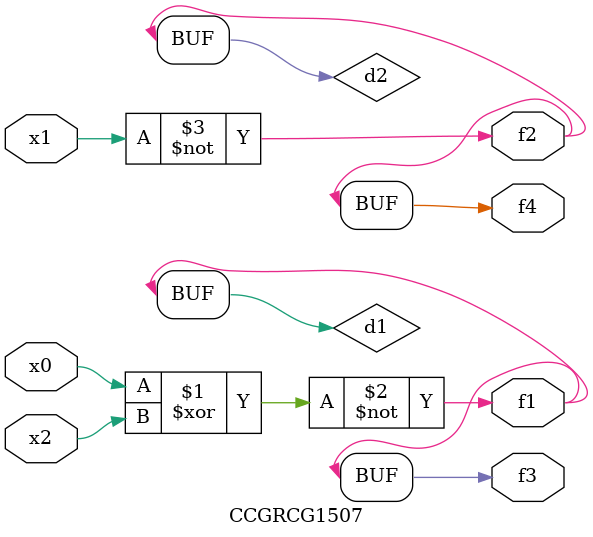
<source format=v>
module CCGRCG1507(
	input x0, x1, x2,
	output f1, f2, f3, f4
);

	wire d1, d2, d3;

	xnor (d1, x0, x2);
	nand (d2, x1);
	nor (d3, x1, x2);
	assign f1 = d1;
	assign f2 = d2;
	assign f3 = d1;
	assign f4 = d2;
endmodule

</source>
